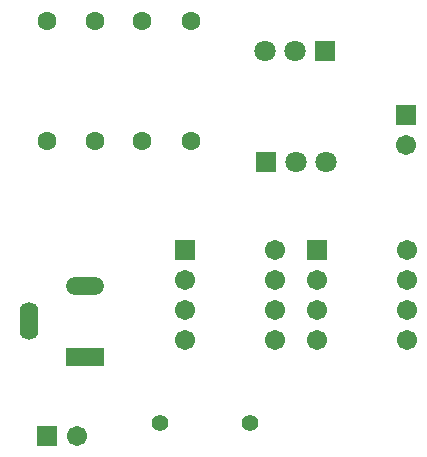
<source format=gbs>
G04*
G04 #@! TF.GenerationSoftware,Altium Limited,Altium Designer,22.1.2 (22)*
G04*
G04 Layer_Color=16711935*
%FSLAX25Y25*%
%MOIN*%
G70*
G04*
G04 #@! TF.SameCoordinates,2E8BF825-4B60-4EFC-865E-135B437BFAC4*
G04*
G04*
G04 #@! TF.FilePolarity,Negative*
G04*
G01*
G75*
%ADD14C,0.07099*%
%ADD15R,0.07099X0.07099*%
%ADD16C,0.06312*%
G04:AMPARAMS|DCode=17|XSize=125.98mil|YSize=62.99mil|CornerRadius=31.5mil|HoleSize=0mil|Usage=FLASHONLY|Rotation=0.000|XOffset=0mil|YOffset=0mil|HoleType=Round|Shape=RoundedRectangle|*
%AMROUNDEDRECTD17*
21,1,0.12598,0.00000,0,0,0.0*
21,1,0.06299,0.06299,0,0,0.0*
1,1,0.06299,0.03150,0.00000*
1,1,0.06299,-0.03150,0.00000*
1,1,0.06299,-0.03150,0.00000*
1,1,0.06299,0.03150,0.00000*
%
%ADD17ROUNDEDRECTD17*%
%ADD18R,0.12598X0.06299*%
G04:AMPARAMS|DCode=19|XSize=62.99mil|YSize=125.98mil|CornerRadius=31.5mil|HoleSize=0mil|Usage=FLASHONLY|Rotation=0.000|XOffset=0mil|YOffset=0mil|HoleType=Round|Shape=RoundedRectangle|*
%AMROUNDEDRECTD19*
21,1,0.06299,0.06299,0,0,0.0*
21,1,0.00000,0.12598,0,0,0.0*
1,1,0.06299,0.00000,-0.03150*
1,1,0.06299,0.00000,-0.03150*
1,1,0.06299,0.00000,0.03150*
1,1,0.06299,0.00000,0.03150*
%
%ADD19ROUNDEDRECTD19*%
%ADD20R,0.06706X0.06706*%
%ADD21C,0.06706*%
%ADD22C,0.05524*%
%ADD23R,0.06706X0.06706*%
%ADD24C,0.07099*%
%ADD25R,0.07099X0.07099*%
D14*
X202500Y382500D02*
D03*
X212500D02*
D03*
D15*
X222500D02*
D03*
D16*
X130000Y352500D02*
D03*
Y392500D02*
D03*
X178000Y352500D02*
D03*
Y392500D02*
D03*
X161500Y352500D02*
D03*
Y392500D02*
D03*
X146000Y352500D02*
D03*
Y392500D02*
D03*
D17*
X142500Y304032D02*
D03*
D18*
Y280410D02*
D03*
D19*
X123996Y292221D02*
D03*
D20*
X220000Y316000D02*
D03*
X176000D02*
D03*
X130000Y254000D02*
D03*
D21*
X220000Y306000D02*
D03*
Y296000D02*
D03*
Y286000D02*
D03*
X250000Y316000D02*
D03*
Y306000D02*
D03*
Y296000D02*
D03*
Y286000D02*
D03*
X176000Y306000D02*
D03*
Y296000D02*
D03*
Y286000D02*
D03*
X206000Y316000D02*
D03*
Y306000D02*
D03*
Y296000D02*
D03*
Y286000D02*
D03*
X140000Y254000D02*
D03*
X249500Y351000D02*
D03*
D22*
X167500Y258500D02*
D03*
X197500D02*
D03*
D23*
X249500Y361000D02*
D03*
D24*
X223000Y345500D02*
D03*
X213000D02*
D03*
D25*
X203000D02*
D03*
M02*

</source>
